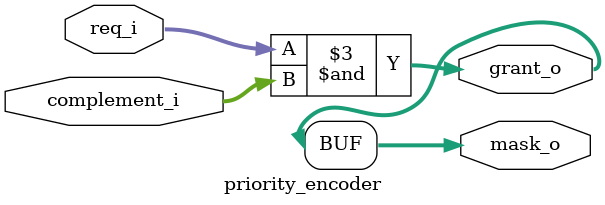
<source format=sv>
module async_arbiter #(parameter WIDTH=4) (
    input [WIDTH-1:0] req_i,
    output [WIDTH-1:0] grant_o
);
    wire [WIDTH-1:0] complement_result;
    wire [WIDTH-1:0] priority_mask;
    
    // 实例化子模块
    twos_complement #(.WIDTH(WIDTH)) u_twos_complement (
        .data_i(req_i),
        .result_o(complement_result)
    );
    
    priority_encoder #(.WIDTH(WIDTH)) u_priority_encoder (
        .req_i(req_i),
        .complement_i(complement_result),
        .mask_o(priority_mask),
        .grant_o(grant_o)
    );
endmodule

// 二进制补码计算子模块
module twos_complement #(parameter WIDTH=4) (
    input [WIDTH-1:0] data_i,
    output [WIDTH-1:0] result_o
);
    wire [WIDTH-1:0] ones_comp;
    reg [WIDTH:0] borrow;
    reg [WIDTH-1:0] result;
    
    // 生成一的补码
    assign ones_comp = ~data_i;
    
    // 借位减法器算法计算二的补码
    always @* begin
        borrow[0] = 1'b0;
        
        // 第一位特殊处理
        result[0] = 1'b1 ^ ones_comp[0] ^ borrow[0];
        borrow[1] = (~1'b1 & ones_comp[0]) | (ones_comp[0] & borrow[0]) | (~1'b1 & borrow[0]);
        
        // 处理后续位
        for (integer i = 1; i < WIDTH-1; i = i + 1) begin
            result[i] = 1'b0 ^ ones_comp[i] ^ borrow[i];
            borrow[i+1] = (~1'b0 & ones_comp[i]) | (ones_comp[i] & borrow[i]) | (~1'b0 & borrow[i]);
        end
        
        // 处理最高位
        result[WIDTH-1] = 1'b0 ^ ones_comp[WIDTH-1] ^ borrow[WIDTH-1];
    end
    
    assign result_o = result;
endmodule

// 优先级编码器子模块
module priority_encoder #(parameter WIDTH=4) (
    input [WIDTH-1:0] req_i,
    input [WIDTH-1:0] complement_i,
    output [WIDTH-1:0] mask_o,
    output [WIDTH-1:0] grant_o
);
    // 计算优先级掩码
    assign mask_o = req_i & complement_i;
    
    // 使用掩码提取最高优先级请求
    assign grant_o = mask_o;
endmodule
</source>
